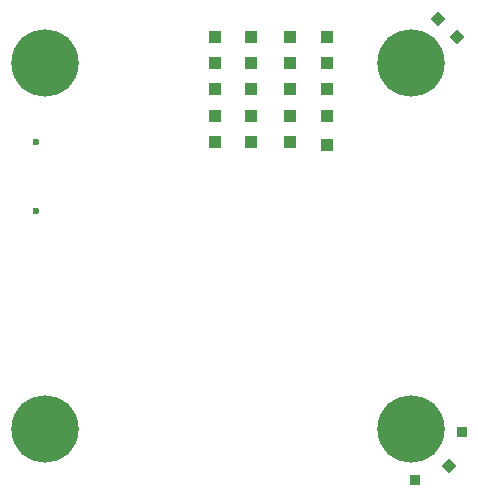
<source format=gbr>
%TF.GenerationSoftware,KiCad,Pcbnew,(6.0.7)*%
%TF.CreationDate,2025-06-09T21:53:25+08:00*%
%TF.ProjectId,ESP32-S3-MINI-1-N8_V6,45535033-322d-4533-932d-4d494e492d31,rev?*%
%TF.SameCoordinates,PX6a24da0PY78114e0*%
%TF.FileFunction,Soldermask,Bot*%
%TF.FilePolarity,Negative*%
%FSLAX46Y46*%
G04 Gerber Fmt 4.6, Leading zero omitted, Abs format (unit mm)*
G04 Created by KiCad (PCBNEW (6.0.7)) date 2025-06-09 21:53:25*
%MOMM*%
%LPD*%
G01*
G04 APERTURE LIST*
G04 Aperture macros list*
%AMRotRect*
0 Rectangle, with rotation*
0 The origin of the aperture is its center*
0 $1 length*
0 $2 width*
0 $3 Rotation angle, in degrees counterclockwise*
0 Add horizontal line*
21,1,$1,$2,0,0,$3*%
G04 Aperture macros list end*
%ADD10C,5.700000*%
%ADD11R,0.850000X0.850000*%
%ADD12RotRect,0.850000X0.850000X45.000000*%
%ADD13C,0.600000*%
%ADD14R,1.000000X1.000000*%
G04 APERTURE END LIST*
D10*
%TO.C,REF\u002A\u002A*%
X36500000Y36500000D03*
%TD*%
%TO.C,REF\u002A\u002A*%
X36500000Y5500000D03*
%TD*%
%TO.C,REF\u002A\u002A*%
X5500000Y5500000D03*
%TD*%
D11*
%TO.C,J3*%
X40800000Y5300000D03*
%TD*%
D12*
%TO.C,J4*%
X39700000Y2400000D03*
%TD*%
D13*
%TO.C,USB1*%
X4767500Y29790000D03*
X4767500Y24010000D03*
%TD*%
D11*
%TO.C,J1*%
X36800000Y1200000D03*
%TD*%
D12*
%TO.C,J2*%
X40370000Y38700000D03*
%TD*%
%TO.C,J5*%
X38780000Y40260000D03*
%TD*%
D10*
%TO.C,REF\u002A\u002A*%
X5500000Y36500000D03*
%TD*%
D14*
%TO.C,TP2*%
X19900000Y36500000D03*
%TD*%
%TO.C,TP10*%
X22900000Y29800000D03*
%TD*%
%TO.C,TP4*%
X19900000Y32000000D03*
%TD*%
%TO.C,TP9*%
X22900000Y36500000D03*
%TD*%
%TO.C,TP1*%
X19900000Y38700000D03*
%TD*%
%TO.C,TP5*%
X19900000Y29800000D03*
%TD*%
%TO.C,TP12*%
X26200000Y36500000D03*
%TD*%
%TO.C,TP13*%
X29400000Y34300000D03*
%TD*%
%TO.C,TP16*%
X29400000Y32000000D03*
%TD*%
%TO.C,TP14*%
X26200000Y34300000D03*
%TD*%
%TO.C,TP17*%
X26200000Y38700000D03*
%TD*%
%TO.C,TP18*%
X26200000Y29800000D03*
%TD*%
%TO.C,TP15*%
X26200000Y32000000D03*
%TD*%
%TO.C,TP6*%
X22900000Y34300000D03*
%TD*%
%TO.C,TP8*%
X22900000Y38700000D03*
%TD*%
%TO.C,TP19*%
X29400000Y36500000D03*
%TD*%
%TO.C,TP20*%
X29400000Y38700000D03*
%TD*%
%TO.C,TP11*%
X29400000Y29600000D03*
%TD*%
%TO.C,TP3*%
X19900000Y34300000D03*
%TD*%
%TO.C,TP7*%
X22900000Y32000000D03*
%TD*%
M02*

</source>
